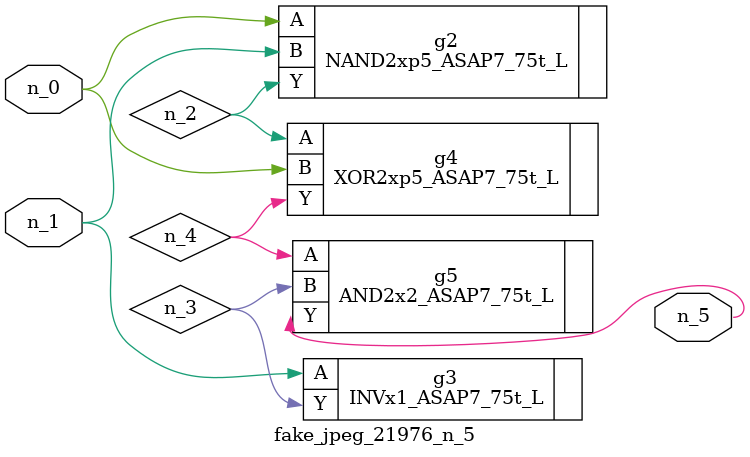
<source format=v>
module fake_jpeg_21976_n_5 (n_0, n_1, n_5);

input n_0;
input n_1;

output n_5;

wire n_3;
wire n_2;
wire n_4;

NAND2xp5_ASAP7_75t_L g2 ( 
.A(n_0),
.B(n_1),
.Y(n_2)
);

INVx1_ASAP7_75t_L g3 ( 
.A(n_1),
.Y(n_3)
);

XOR2xp5_ASAP7_75t_L g4 ( 
.A(n_2),
.B(n_0),
.Y(n_4)
);

AND2x2_ASAP7_75t_L g5 ( 
.A(n_4),
.B(n_3),
.Y(n_5)
);


endmodule
</source>
